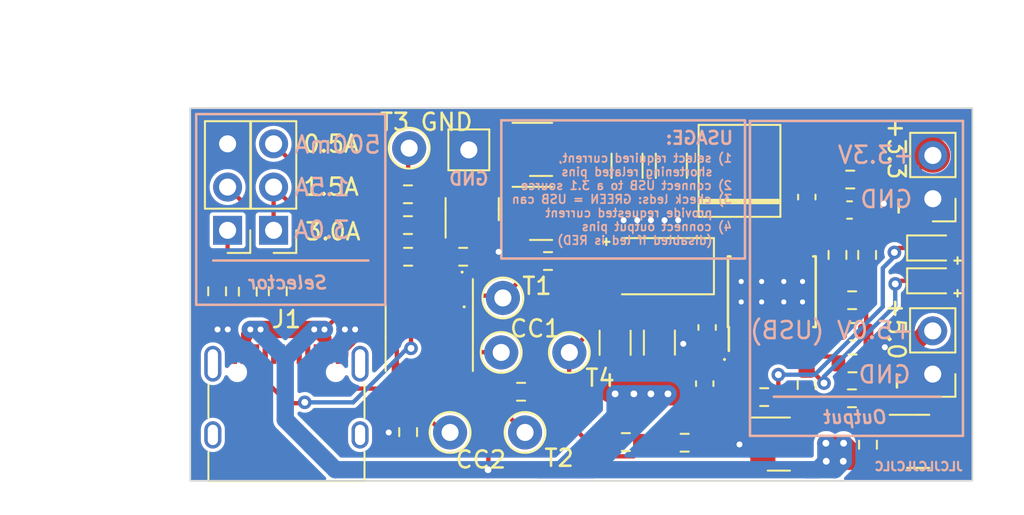
<source format=kicad_pcb>
(kicad_pcb (version 20221018) (generator pcbnew)
  (layers (0 "F.Cu" signal) (31 "B.Cu" signal) (34 "B.Paste" user) (35 "F.Paste" user) (36 "B.SilkS" user "B.Silkscreen") (37 "F.SilkS" user "F.Silkscreen") (38 "B.Mask" user) (39 "F.Mask" user) (44 "Edge.Cuts" user))
  (net 0 "")
  (net 1 "Net-(U1-SS)")
  (net 2 "Net-(U1-COMP)")
  (net 3 "+3V3")
  (net 4 "Net-(U1-BOOT)")
  (net 5 "GND")
  (net 6 "Net-(C5-Pad2)")
  (net 7 "/1.2V")
  (net 8 "/0.65V")
  (net 9 "+5V")
  (net 10 "CC REF")
  (net 11 "Net-(D1-K)")
  (net 12 "Net-(D2-K)")
  (net 13 "Net-(D3-K)")
  (net 18 "CC2")
  (net 19 "CC1")
  (net 23 "Net-(Q1-B)")
  (net 24 "Net-(Q1-C)")
  (net 25 "ENABLE-500mA")
  (net 26 "Net-(Q2-G)")
  (net 27 "Net-(Q4-G)")
  (net 28 "Net-(Q4-S)")
  (net 29 "BUCK-EN")
  (net 30 "Net-(Q5-G)")
  (net 31 "USB-OK")
  (net 32 "Net-(Q5-S)")
  (net 33 "Net-(Q6-G)")
  (net 34 "Net-(R5-Pad1)")
  (net 35 "Net-(R7-Pad1)")
  (net 36 "T1")
  (net 37 "T2")
  (net 38 "Net-(U1-VSNS)")
  (footprint "Resistor_SMD:R_0603_1608Metric" (layer "F.Cu") (at 143.7352 87.0232)
    (fp_text reference "R19")
    (fp_text value "5.1k")
  )
  (footprint "Connector_PinHeader_2.54mm:PinHeader_1x03_P2.54mm_Vertical" (layer "F.Cu") (at 114.942807 77.224992 180)
    (fp_text reference "J3")
    (fp_text value "Selector")
  )
  (footprint "Package_SO:SOIC-8_3.9x4.9mm_P1.27mm" (layer "F.Cu") (at 124.0778 83.54 -90)
    (fp_text reference "U2")
    (fp_text value "LM358")
  )
  (footprint "Connector_PinHeader_2.54mm:PinHeader_1x02_P2.54mm_Vertical" (layer "F.Cu") (at 153.633 75.3694 180)
    (fp_text reference "J4")
    (fp_text value "3.3V conn.")
  )
  (footprint "Package_TO_SOT_SMD:SOT-23" (layer "F.Cu") (at 144.5952 89.7832)
    (fp_text reference "Q1")
    (fp_text value "SS8050")
  )
  (footprint "Capacitor_SMD:C_1206_3216Metric" (layer "F.Cu") (at 137.5852 83.8232 90)
    (fp_text reference "C2")
    (fp_text value "4.7 uF")
  )
  (footprint "Resistor_SMD:R_0603_1608Metric" (layer "F.Cu") (at 135.6152 89.6632)
    (fp_text reference "R21")
    (fp_text value "1.1k")
  )
  (footprint "Resistor_SMD:R_0603_1608Metric" (layer "F.Cu") (at 149.7752 78.6732 90)
    (fp_text reference "R7")
    (fp_text value "330")
  )
  (footprint "Resistor_SMD:R_0603_1608Metric" (layer "F.Cu") (at 146.2252 86.3132 90)
    (fp_text reference "R20")
    (fp_text value "2k")
  )
  (footprint "TestPoint:TestPoint_THTPad_D2.0mm_Drill1.0mm" (layer "F.Cu") (at 128.4 81.2)
    (fp_text reference "TP4")
    (fp_text value "T1")
  )
  (footprint "TestPoint:TestPoint_THTPad_D2.0mm_Drill1.0mm" (layer "F.Cu") (at 129.7 89.1)
    (fp_text reference "TP5")
    (fp_text value "T2")
  )
  (footprint "Resistor_SMD:R_0603_1608Metric" (layer "F.Cu") (at 148.9152 85.0432 180)
    (fp_text reference "R22")
    (fp_text value "10k")
  )
  (footprint "Resistor_SMD:R_0603_1608Metric" (layer "F.Cu") (at 122.8278 75.11)
    (fp_text reference "R18")
    (fp_text value "100")
  )
  (footprint "TestPoint:TestPoint_THTPad_D2.0mm_Drill1.0mm" (layer "F.Cu") (at 122.9 72.4)
    (fp_text reference "TP6")
    (fp_text value "T3")
  )
  (footprint "Capacitor_SMD:C_0603_1608Metric" (layer "F.Cu") (at 146.2352 75.2732 90)
    (fp_text reference "C5")
    (fp_text value "1.5nF")
  )
  (footprint "000mylib:MWSA0402" (layer "F.Cu") (at 142.2852 73.7332 90)
    (fp_text reference "L1")
    (fp_text value "3.3uH")
  )
  (footprint "Resistor_SMD:R_0603_1608Metric" (layer "F.Cu") (at 139.0652 89.7032)
    (fp_text reference "R12")
    (fp_text value "5.1k")
  )
  (footprint "Package_TO_SOT_SMD:SOT-23" (layer "F.Cu") (at 130.6386 76.2312)
    (fp_text reference "Q5")
    (fp_text value "2N7002")
  )
  (footprint "Package_TO_SOT_SMD:SOT-23" (layer "F.Cu") (at 152.7752 89.6232)
    (fp_text reference "Q2")
    (fp_text value "AO3401A")
  )
  (footprint "Package_TO_SOT_SMD:SOT-23" (layer "F.Cu") (at 126.5978 75.98 90)
    (fp_text reference "Q6")
    (fp_text value "2N7002")
  )
  (footprint "LED_SMD:LED_0603_1608Metric" (layer "F.Cu") (at 153.6088 78.2632)
    (fp_text reference "D2")
    (fp_text value "RED")
  )
  (footprint "LED_SMD:LED_0603_1608Metric" (layer "F.Cu") (at 153.6088 80.1932)
    (fp_text reference "D3")
    (fp_text value "GREEN")
  )
  (footprint "_My_Library:USB_C_Receptacle_XKB_U262-16XN-4BVC11" (layer "F.Cu") (at 115.697 86.785)
    (fp_text reference "J1")
    (fp_text value "USB port")
  )
  (footprint "Capacitor_SMD:C_0603_1608Metric" (layer "F.Cu") (at 140.2452 86.2332 -90)
    (fp_text reference "C3")
    (fp_text value "0.1uF")
  )
  (footprint "Resistor_SMD:R_0603_1608Metric" (layer "F.Cu") (at 148.7852 74.2432 180)
    (fp_text reference "R1")
    (fp_text value "47k")
  )
  (footprint "Capacitor_SMD:C_0603_1608Metric" (layer "F.Cu") (at 148.9152 83.1832 180)
    (fp_text reference "C4")
    (fp_text value "0.1uF")
  )
  (footprint "Resistor_SMD:R_0603_1608Metric" (layer "F.Cu") (at 122.8278 76.92 180)
    (fp_text reference "R11")
    (fp_text value "6.8k")
  )
  (footprint "Resistor_SMD:R_0603_1608Metric" (layer "F.Cu") (at 122.8378 78.78 180)
    (fp_text reference "R10")
    (fp_text value "6.8k")
  )
  (footprint "TestPoint:TestPoint_THTPad_D2.0mm_Drill1.0mm" (layer "F.Cu") (at 128.3 84.4)
    (fp_text reference "TP2")
    (fp_text value "CC1")
  )
  (footprint "Resistor_SMD:R_0603_1608Metric" (layer "F.Cu") (at 148.8852 87.0932)
    (fp_text reference "R14")
    (fp_text value "100")
  )
  (footprint "Resistor_SMD:R_0603_1608Metric" (layer "F.Cu") (at 115.1878 80.81 90)
    (fp_text reference "R4")
    (fp_text value "1.2k")
  )
  (footprint "Resistor_SMD:R_0603_1608Metric" (layer "F.Cu") (at 111.6278 80.81 90)
    (fp_text reference "R6")
    (fp_text value "180")
  )
  (footprint "Resistor_SMD:R_0603_1608Metric" (layer "F.Cu") (at 149.8252 89.8232 -90)
    (fp_text reference "R13")
    (fp_text value "5.1k")
  )
  (footprint "Resistor_SMD:R_0603_1608Metric" (layer "F.Cu") (at 129.4678 86.71)
    (fp_text reference "R17")
    (fp_text value "100")
  )
  (footprint "TestPoint:TestPoint_THTPad_2.0x2.0mm_Drill1.0mm" (layer "F.Cu") (at 126.4 72.5)
    (fp_text reference "TP3")
    (fp_text value "GND")
  )
  (footprint "Resistor_SMD:R_0603_1608Metric" (layer "F.Cu") (at 131.0478 79.03 180)
    (fp_text reference "R16")
    (fp_text value "100")
  )
  (footprint "Resistor_SMD:R_0603_1608Metric" (layer "F.Cu") (at 148.8952 81.3332 180)
    (fp_text reference "R9")
    (fp_text value "3.3K")
  )
  (footprint "Resistor_SMD:R_0603_1608Metric" (layer "F.Cu") (at 148.0352 78.6732 90)
    (fp_text reference "R8")
    (fp_text value "10k")
  )
  (footprint "TestPoint:TestPoint_THTPad_D2.0mm_Drill1.0mm" (layer "F.Cu") (at 132.3 84.4)
    (fp_text reference "TP7")
    (fp_text value "T4")
  )
  (footprint "Connector_PinHeader_2.54mm:PinHeader_1x02_P2.54mm_Vertical" (layer "F.Cu") (at 153.6252 85.6732 180)
    (fp_text reference "J5")
    (fp_text value "5V conn.")
  )
  (footprint "Capacitor_SMD:C_1206_3216Metric" (layer "F.Cu") (at 138.2852 73.4332 90)
    (fp_text reference "C9")
    (fp_text value "47uF")
  )
  (footprint "Capacitor_SMD:C_1206_3216Metric" (layer "F.Cu") (at 134.9852 83.8332 90)
    (fp_text reference "C1")
    (fp_text value "4.7 uF")
  )
  (footprint "Resistor_SMD:R_0603_1608Metric" (layer "F.Cu") (at 126.0678 78.78)
    (fp_text reference "R3")
    (fp_text value "5.1k")
  )
  (footprint "Resistor_SMD:R_0603_1608Metric" (layer "F.Cu") (at 122.8378 89.08 90)
    (fp_text reference "R2")
    (fp_text value "5.1k")
  )
  (footprint "Connector_PinHeader_2.54mm:PinHeader_1x03_P2.54mm_Vertical" (layer "F.Cu") (at 112.242802 77.224992 180)
    (fp_text reference "J2")
    (fp_text value "Selector")
  )
  (footprint "Capacitor_SMD:C_0603_1608Metric" (layer "F.Cu") (at 140.3852 82.9332 90)
    (fp_text reference "C7")
    (fp_text value "0.1uF")
  )
  (footprint "Package_TO_SOT_SMD:SOT-23" (layer "F.Cu") (at 130.6386 72.472)
    (fp_text reference "Q4")
    (fp_text value "2N7002")
  )
  (footprint "Capacitor_SMD:C_1206_3216Metric" (layer "F.Cu") (at 135.6852 73.4332 90)
    (fp_text reference "C8")
    (fp_text value "47uF")
  )
  (footprint "Capacitor_SMD:C_0603_1608Metric" (layer "F.Cu") (at 148.7452 76.0332 180)
    (fp_text reference "C6")
    (fp_text value "27pF")
  )
  (footprint "Package_SO:TI_SO-PowerPAD-8_ThermalVias" (layer "F.Cu") (at 144.1852 80.8332 90)
    (fp_text reference "U1")
    (fp_text value "TPS54331")
  )
  (footprint "Resistor_SMD:R_0603_1608Metric" (layer "F.Cu") (at 113.4278 80.83 90)
    (fp_text reference "R5")
    (fp_text value "820")
  )
  (footprint "TestPoint:TestPoint_THTPad_D2.0mm_Drill1.0mm" (layer "F.Cu") (at 125.3 89.1)
    (fp_text reference "TP1")
    (fp_text value "CC2")
  )
  (footprint "Diode_SMD:D_SMA" (layer "F.Cu") (at 137.3852 79.3332 180)
    (fp_text reference "D1")
    (fp_text value "SS34")
  )
  (gr_line (start 110.5 70.4) (end 121.5 70.4) (stroke (width 0.15)) (layer "B.SilkS"))
  (gr_line (start 155.4 89.3) (end 143 89.3) (stroke (width 0.15)) (layer "B.SilkS"))
  (gr_line (start 121.5 81.6) (end 110.4 81.6) (stroke (width 0.15)) (layer "B.SilkS"))
  (gr_line (start 143 89.3) (end 142.9 89.3) (stroke (width 0.15)) (layer "B.SilkS"))
  (gr_line (start 110.4 81.6) (end 110.4 70.4) (stroke (width 0.15)) (layer "B.SilkS"))
  (gr_line (start 121.5 70.4) (end 121.5 81.6) (stroke (width 0.15)) (layer "B.SilkS"))
  (gr_rect (start 128.306191 70.765007) (end 142.60621 78.885) (stroke (width 0.15)) (fill none) (layer "B.SilkS"))
  (gr_line (start 110.4 70.4) (end 111.1 70.4) (stroke (width 0.15)) (layer "B.SilkS"))
  (gr_line (start 154.1 87) (end 144.3 87) (stroke (width 0.15)) (layer "B.SilkS"))
  (gr_line (start 111.4 79) (end 120.5 79) (stroke (width 0.15)) (layer "B.SilkS"))
  (gr_line (start 142.9 83.6) (end 142.9 70.8) (stroke (width 0.15)) (layer "B.SilkS"))
  (gr_line (start 142.9 70.8) (end 155.4 70.8) (stroke (width 0.15)) (layer "B.SilkS"))
  (gr_line (start 155.4 70.8) (end 155.4 89.3) (stroke (width 0.15)) (layer "B.SilkS"))
  (gr_line (start 142.9 89.3) (end 142.9 83.6) (stroke (width 0.15)) (layer "B.SilkS"))
  (gr_poly (pts (xy 155.9504 91.94) (xy 110.05 91.94) (xy 110.05 70.05) (xy 155.9504 70.05)) (stroke (width 0.1)) (fill none) (layer "Edge.Cuts"))
  (gr_text "+5.0V (USB)" (at 147.7 83.1) (layer "B.SilkS") (effects (font (size 1 1)) (justify mirror)))
  (gr_text "GND\n" (at 126.4 74.2) (layer "B.SilkS") (effects (font (size 0.75 0.75)) (justify mirror)))
  (gr_text "+3.3V" (at 150.3 72.8) (layer "B.SilkS") (effects (font (size 1 1)) (justify mirror)))
  (gr_text "Output" (at 149.1 88.2) (layer "B.SilkS") (effects (font (size 0.75 0.75) (thickness 0.15) italic) (justify mirror)))
  (gr_text "JLCJLCJLCJLC" (at 152.8 91.1) (layer "B.SilkS") (effects (font (size 0.5 0.5) (thickness 0.125)) (justify mirror)))
  (gr_text "1) select required current, \n   shortening related pins\n2) connect USB to a 3.1 source\n3) check leds: GREEN = USB can\n   provide requested current\n4) connect output pins\n   (disabled if led is RED)" (at 141.9 75.4) (layer "B.SilkS") (effects (font (size 0.5 0.5) (thickness 0.1)) (justify left mirror)))
  (gr_text "500mA" (at 118.7 72.2) (layer "B.SilkS") (effects (font (size 1 1)) (justify mirror)))
  (gr_text "GND\n" (at 150.9 75.4) (layer "B.SilkS") (effects (font (size 1 1)) (justify mirror)))
  (gr_text "GND\n" (at 150.8 85.7) (layer "B.SilkS") (effects (font (size 1 1)) (justify mirror)))
  (gr_text "1.5A" (at 117.7876 74.7) (layer "B.SilkS") (effects (font (size 1 1)) (justify mirror)))
  (gr_text "3.0A" (at 117.7626 77.2) (layer "B.SilkS") (effects (font (size 1 1)) (justify mirror)))
  (gr_text "Selector" (at 115.8 80.3) (layer "B.SilkS") (effects (font (size 0.75 0.75) (thickness 0.15) italic) (justify mirror)))
  (gr_text "USAGE:" (at 142 71.8) (layer "B.SilkS") (effects (font (size 0.75 0.75)) (justify left mirror)))
  (gr_text "+3.3" (at 151.5 72.423 270) (layer "F.SilkS") (effects (font (size 1 1))))
  (gr_text "3.0A" (at 118.4178 77.3) (layer "F.SilkS") (effects (font (size 1 1))))
  (gr_text "." (at 126.3278 81.72 270) (layer "F.SilkS") (effects (font (size 0.5 0.5) (thickness 0.125))))
  (gr_text "-" (at 151.6 86.0732 270) (layer "F.SilkS") (effects (font (size 1 1))))
  (gr_text "0.5A" (at 118.3178 72.15) (layer "F.SilkS") (effects (font (size 1 1))))
  (gr_text "-" (at 151.7 75.8 270) (layer "F.SilkS") (effects (font (size 1 1))))
  (gr_text "." (at 126.2078 79.68 270) (layer "F.SilkS") (effects (font (size 0.5 0.5) (thickness 0.125))))
  (gr_text "1.5A" (at 118.3178 74.675) (layer "F.SilkS") (effects (font (size 1 1))))
  (gr_text "+" (at 155.0488 80.9232 90) (layer "F.SilkS") (effects (font (size 0.5 0.5) (thickness 0.125))))
  (gr_text "+" (at 134.5 77.9 270) (layer "F.SilkS") (effects (font (size 0.5 0.5) (thickness 0.125))))
  (gr_text "." (at 141.6052 84.8132 270) (layer "F.SilkS") (effects (font (size 0.5 0.5) (thickness 0.125))))
  (gr_text "+" (at 155.0488 79.0032 90) (layer "F.SilkS") (effects (font (size 0.5 0.5) (thickness 0.125))))
  (gr_text "+5.0" (at 151.5 83 270) (layer "F.SilkS") (effects (font (size 1 1))))
  (segment (start 147.7902 83.5332) (end 148.1402 83.1832) (width 0.254) (layer "F.Cu") (net 1))
  (segment (start 146.0902 83.5332) (end 147.7902 83.5332) (width 0.254) (layer "F.Cu") (net 1))
  (segment (start 146.0902 83.7382) (end 146.0902 83.5332) (width 0.254) (layer "F.Cu") (net 1))
  (segment (start 144.8202 77.4632) (end 146.2352 76.0482) (width 0.254) (layer "F.Cu") (net 2))
  (segment (start 147.9552 76.0482) (end 147.9702 76.0332) (width 0.254) (layer "F.Cu") (net 2))
  (segment (start 144.8202 78.1332) (end 144.8202 77.4632) (width 0.254) (layer "F.Cu") (net 2))
  (segment (start 146.2352 76.0482) (end 147.9552 76.0482) (width 0.254) (layer "F.Cu") (net 2))
  (segment (start 151.4752 72.4232) (end 153.2268 72.4232) (width 2.032) (layer "F.Cu") (net 3))
  (segment (start 152.1344 74.328) (end 153.633 72.8294) (width 0.254) (layer "F.Cu") (net 3))
  (segment (start 150.5954 77.8482) (end 152.1344 76.3092) (width 0.254) (layer "F.Cu") (net 3))
  (segment (start 151.4313 72.3793) (end 151.4752 72.4232) (width 2.032) (layer "F.Cu") (net 3))
  (segment (start 149.7752 77.8482) (end 150.5954 77.8482) (width 0.254) (layer "F.Cu") (net 3))
  (segment (start 143.948 71.9582) (end 144.3691 72.3793) (width 2.032) (layer "F.Cu") (net 3))
  (segment (start 135.6852 71.9582) (end 138.2852 71.9582) (width 2.032) (layer "F.Cu") (net 3))
  (segment (start 153.2268 72.4232) (end 153.633 72.8294) (width 2.032) (layer "F.Cu") (net 3))
  (segment (start 142.2602 71.9582) (end 142.2852 71.9332) (width 1.016) (layer "F.Cu") (net 3))
  (segment (start 138.2852 71.9582) (end 143.948 71.9582) (width 2.032) (layer "F.Cu") (net 3))
  (segment (start 152.1344 76.3092) (end 152.1344 74.328) (width 0.254) (layer "F.Cu") (net 3))
  (segment (start 138.2852 71.9582) (end 142.2602 71.9582) (width 1.016) (layer "F.Cu") (net 3))
  (segment (start 144.3691 72.3793) (end 151.4313 72.3793) (width 2.032) (layer "F.Cu") (net 3))
  (segment (start 140.3852 83.7082) (end 142.1052 83.7082) (width 1.016) (layer "F.Cu") (net 4))
  (segment (start 142.1052 83.7082) (end 142.2802 83.5332) (width 1.016) (layer "F.Cu") (net 4))
  (segment (start 138.9852 83.8932) (end 138.9852 84.106507) (width 1.016) (layer "F.Cu") (net 5))
  (segment (start 143.5502 78.1332) (end 143.5502 80.1982) (width 1.016) (layer "F.Cu") (net 5))
  (segment (start 135.6852 75.8332) (end 135.6852 76.4332) (width 1.016) (layer "F.Cu") (net 5))
  (segment (start 119.1278 83.05) (end 119.7278 83.05) (width 1.016) (layer "F.Cu") (net 5))
  (segment (start 119.7528 83.075) (end 119.7278 83.05) (width 0.254) (layer "F.Cu") (net 5))
  (segment (start 134.9852 82.3582) (end 134.9852 79.7332) (width 1.016) (layer "F.Cu") (net 5))
  (segment (start 143.5502 80.1982) (end 144.1852 80.8332) (width 1.016) (layer "F.Cu") (net 5))
  (segment (start 122.0328 89.1) (end 122.8378 89.905) (width 0.254) (layer "F.Cu") (net 5))
  (segment (start 138.6852 76.6332) (end 135.4852 76.6332) (width 1.016) (layer "F.Cu") (net 5))
  (segment (start 135.3852 79.3332) (end 135.3852 80.6332) (width 1.016) (layer "F.Cu") (net 5))
  (segment (start 140.2452 85.29173) (end 139.745935 84.792465) (width 1.016) (layer "F.Cu") (net 5))
  (segment (start 135.6852 74.9082) (end 138.2852 74.9082) (width 1.016) (layer "F.Cu") (net 5))
  (segment (start 149.7202 83.1532) (end 149.6902 83.1832) (width 0.254) (layer "F.Cu") (net 5))
  (segment (start 135.8852 79.3332) (end 137.5852 81.0332) (width 1.016) (layer "F.Cu") (net 5))
  (segment (start 135.3852 79.3332) (end 136.7852 79.3332) (width 1.016) (layer "F.Cu") (net 5))
  (segment (start 135.6852 76.4332) (end 135.4852 76.6332) (width 1.016) (layer "F.Cu") (net 5))
  (segment (start 143.2152 90.7332) (end 142.2852 89.8032) (width 0.254) (layer "F.Cu") (net 5))
  (segment (start 135.5852 77.6332) (end 137.0852 77.6332) (width 1.016) (layer "F.Cu") (net 5))
  (segment (start 149.7552 74.6632) (end 149.6802 74.6632) (width 0.254) (layer "F.Cu") (net 5))
  (segment (start 138.2852 74.9082) (end 138.2852 76.2332) (width 1.016) (layer "F.Cu") (net 5))
  (segment (start 119.1278 83.05) (end 119.483797 83.405997) (width 0.508) (layer "F.Cu") (net 5))
  (segment (start 138.5852 77.6332) (end 138.6852 77.5332) (width 1.016) (layer "F.Cu") (net 5))
  (segment (start 137.513778 77.6332) (end 138.5852 77.6332) (width 1.016) (layer "F.Cu") (net 5))
  (segment (start 119.0778 84.58) (end 119.0778 84.2) (width 0.508) (layer "F.Cu") (net 5))
  (segment (start 137.5852 81.0332) (end 137.5852 82.3482) (width 1.016) (layer "F.Cu") (net 5))
  (segment (start 138.9852 84.106507) (end 139.708547 84.829854) (width 1.016) (layer "F.Cu") (net 5))
  (segment (start 112.3778 84.58) (end 112.3778 83.9) (width 0.508) (layer "F.Cu") (net 5))
  (segment (start 135.8852 81.6332) (end 136.8852 81.6332) (width 1.016) (layer "F.Cu") (net 5))
  (segment (start 111.6278 83.025) (end 111.6528 83.05) (width 0.25) (layer "F.Cu") (net 5))
  (segment (start 120.1878 83.05) (end 119.7278 83.05) (width 0.25) (layer "F.Cu") (net 5))
  (segment (start 149.6102 75.9432) (end 149.5202 76.0332) (width 0.254) (layer "F.Cu") (net 5))
  (segment (start 149.6902 84.9932) (end 149.7402 85.0432) (width 0.254) (layer "F.Cu") (net 5))
  (segment (start 135.4852 77.7332) (end 135.5852 77.6332) (width 1.016) (layer "F.Cu") (net 5))
  (segment (start 127.8578 78.78) (end 128.1478 78.49) (width 0.254) (layer "F.Cu") (net 5))
  (segment (start 134.9952 82.3482) (end 134.9852 82.3582) (width 1.016) (layer "F.Cu") (net 5))
  (segment (start 119.483797 83.805997) (end 119.089794 84.2) (width 0.508) (layer "F.Cu") (net 5))
  (segment (start 134.9852 79.7332) (end 135.3852 79.3332) (width 1.016) (layer "F.Cu") (net 5))
  (segment (start 121.6978 89.1) (end 122.0328 89.1) (width 0.254) (layer "F.Cu") (net 5))
  (segment (start 135.4852 77.7332) (end 135.4852 79.2332) (width 1.016) (layer "F.Cu") (net 5))
  (segment (start 136.2852 76.9332) (end 135.4852 77.7332) (width 1.016) (layer "F.Cu") (net 5))
  (segment (start 127.5478 77.89) (end 128.1478 78.49) (width 0.254) (layer "F.Cu") (net 5))
  (segment (start 136.8852 81.1332) (end 135.9852 80.2332) (width 1.016) (layer "F.Cu") (net 5))
  (segment (start 136.7852 79.3332) (end 136.7852 78.361778) (width 1.016) (layer "F.Cu") (net 5))
  (segment (start 137.5852 82.3482) (end 137.5852 82.4932) (width 1.016) (layer "F.Cu") (net 5))
  (segment (start 122.1728 81.065) (end 120.1878 83.05) (width 0.25) (layer "F.Cu") (net 5))
  (segment (start 119.7278 83.05) (end 119.7278 83.561994) (width 0.508) (layer "F.Cu") (net 5))
  (segment (start 149.6102 74.2432) (end 149.6102 75.9432) (width 0.254) (layer "F.Cu") (net 5))
  (segment (start 149.6902 83.1832) (end 149.6902 84.9932) (width 0.254) (layer "F.Cu") (net 5))
  (segment (start 137.0852 77.6332) (end 135.3852 79.3332) (width 1.016) (layer "F.Cu") (net 5))
  (segment (start 150.3852 76.0332) (end 150.7552 75.6632) (width 0.254) (layer "F.Cu") (net 5))
  (segment (start 149.7202 81.3332) (end 149.7202 83.1532) (width 0.254) (layer "F.Cu") (net 5))
  (segment (start 111.6528 83.05) (end 111.6528 83.275) (width 0.508) (layer "F.Cu") (net 5))
  (segment (start 135.8852 81.1332) (end 135.8852 81.6332) (width 1.016) (layer "F.Cu") (net 5))
  (segment (start 127.5478 76.9175) (end 127.5478 77.89) (width 0.254) (layer "F.Cu") (net 5))
  (segment (start 137.5852 82.3482) (end 137.5852 82.7582) (width 1.016) (layer "F.Cu") (net 5))
  (segment (start 137.8852 75.8332) (end 138.2852 76.2332) (width 1.016) (layer "F.Cu") (net 5))
  (segment (start 135.6852 75.8332) (end 137.8852 75.8332) (width 1.016) (layer "F.Cu") (net 5))
  (segment (start 126.8928 78.78) (end 127.8578 78.78) (width 0.254) (layer "F.Cu") (net 5))
  (segment (start 137.5852 82.3482) (end 134.9952 82.3482) (width 1.016) (layer "F.Cu") (net 5))
  (segment (start 137.5852 82.4932) (end 138.9852 83.8932) (width 1.016) (layer "F.Cu") (net 5))
  (segment (start 135.9852 80.2332) (end 135.8852 80.2332) (width 1.016) (layer "F.Cu") (net 5))
  (segment (start 136.7852 78.361778) (end 137.513778 77.6332) (width 1.016) (layer "F.Cu") (net 5))
  (segment (start 119.483797 83.405997) (end 119.483797 83.805997) (width 0.508) (layer "F.Cu") (net 5))
  (segment (start 135.3852 80.6332) (end 135.8852 81.1332) (width 1.016) (layer "F.Cu") (net 5))
  (segment (start 137.0852 76.6332) (end 137.0852 77.6332) (width 1.016) (layer "F.Cu") (net 5))
  (segment (start 149.5202 76.0332) (end 150.3852 76.0332) (width 0.254) (layer "F.Cu") (net 5))
  (segment (start 135.4852 76.6332) (end 135.4852 77.7332) (width 1.016) (layer "F.Cu") (net 5))
  (segment (start 149.7402 85.0432) (end 149.8652 85.0432) (width 0.254) (layer "F.Cu") (net 5))
  (segment (start 112.2778 83.9) (end 112.3778 83.9) (width 0.508) (layer "F.Cu") (net 5))
  (segment (start 111.6528 83.275) (end 112.2778 83.9) (width 0.508) (layer "F.Cu") (net 5))
  (segment (start 149.8652 85.0432) (end 150.8152 84.0932) (width 0.254) (layer "F.Cu") (net 5))
  (segment (start 138.2852 76.2332) (end 138.6852 76.6332) (width 1.016) (layer "F.Cu") (net 5))
  (segment (start 135.6852 74.9082) (end 135.6852 75.8332) (width 1.016) (layer "F.Cu") (net 5))
  (segment (start 138.6852 77.5332) (end 138.6852 76.6332) (width 1.016) (layer "F.Cu") (net 5))
  (segment (start 136.2852 76.6332) (end 136.2852 76.9332) (width 1.016) (layer "F.Cu") (net 5))
  (segment (start 119.089794 84.2) (end 119.0778 84.2) (width 0.508) (layer "F.Cu") (net 5))
  (segment (start 135.3852 79.3332) (end 135.8852 79.3332) (width 1.016) (layer "F.Cu") (net 5))
  (segment (start 143.6577 90.7332) (end 143.2152 90.7332) (width 0.254) (layer "F.Cu") (net 5))
  (segment (start 135.4852 79.2332) (end 135.3852 79.3332) (width 1.016) (layer "F.Cu") (net 5))
  (segment (start 119.0778 84.2) (end 119.0778 83.4) (width 0.508) (layer "F.Cu") (net 5))
  (segment (start 140.2452 85.4582) (end 140.2452 85.29173) (width 1.016) (layer "F.Cu") (net 5))
  (segment (start 111.6278 81.635) (end 111.6278 83.025) (width 0.25) (layer "F.Cu") (net 5))
  (segment (start 112.2528 83.05) (end 111.6528 83.05) (width 1.016) (layer "F.Cu") (net 5))
  (segment (start 119.7278 83.561994) (end 119.483797 83.805997) (width 0.508) (layer "F.Cu") (net 5))
  (segment (start 136.8852 81.6332) (end 136.8852 81.1332) (width 1.016) (layer "F.Cu") (net 5))
  (segment (start 112.3778 83.9) (end 112.3778 83.5) (width 0.508) (layer "F.Cu") (net 5))
  (via (at 128.1478 78.49) (size 0.5) (drill 0.35) (layers "F.Cu" "B.Cu") (net 5))
  (via (at 150.8152 84.0932) (size 0.5) (drill 0.35) (layers "F.Cu" "B.Cu") (net 5))
  (via (at 150.7552 75.6632) (size 0.5) (drill 0.35) (layers "F.Cu" "B.Cu") (net 5))
  (via (at 142.2852 89.8032) (size 0.5) (drill 0.35) (layers "F.Cu" "B.Cu") (net 5))
  (via (at 135.4852 76.6332) (size 0.5) (drill 0.35) (layers "F.Cu" "B.Cu") (net 5))
  (via (at 121.6978 89.1) (size 0.5) (drill 0.35) (layers "F.Cu" "B.Cu") (net 5))
  (via (at 138.9852 83.8932) (size 0.5) (drill 0.35) (layers "F.Cu" "B.Cu") (net 5))
  (via (at 119.7278 83.05) (size 0.5) (drill 0.35) (layers "F.Cu" "B.Cu") (net 5))
  (via (at 136.2852 76.6332) (size 0.5) (drill 0.35) (layers "F.Cu" "B.Cu") (net 5))
  (via (at 137.8852 76.6332) (size 0.5) (drill 0.35) (layers "F.Cu" "B.Cu") (net 5))
  (via (at 138.6852 76.6332) (size 0.5) (drill 0.35) (layers "F.Cu" "B.Cu") (net 5))
  (via (at 119.1278 83.05) (size 0.5) (drill 0.35) (layers "F.Cu" "B.Cu") (net 5))
  (via (at 111.6528 83.05) (size 0.5) (drill 0.35) (layers "F.Cu" "B.Cu") (net 5))
  (via (at 137.0852 76.6332) (size 0.5) (drill 0.35) (layers "F.Cu" "B.Cu") (net 5))
  (via (at 112.2528 83.05) (size 0.5) (drill 0.35) (layers "F.Cu" "B.Cu") (net 5))
  (segment (start 147.7052 74.4982) (end 147.9602 74.2432) (width 0.254) (layer "F.Cu") (net 6))
  (segment (start 146.2352 74.4982) (end 147.7052 74.4982) (width 0.254) (layer "F.Cu") (net 6))
  (segment (start 112.9178 79.04) (end 112.242802 78.365002) (width 0.25) (layer "F.Cu") (net 7))
  (segment (start 115.1878 79.63) (end 114.5978 79.04) (width 0.25) (layer "F.Cu") (net 7))
  (segment (start 115.1878 79.985) (end 115.1878 79.63) (width 0.25) (layer "F.Cu") (net 7))
  (segment (start 114.5978 79.04) (end 112.9178 79.04) (width 0.25) (layer "F.Cu") (net 7))
  (segment (start 112.242802 78.365002) (end 112.242802 77.224992) (width 0.25) (layer "F.Cu") (net 7))
  (segment (start 115.1878 81.635) (end 115.0578 81.635) (width 0.25) (layer "F.Cu") (net 8))
  (segment (start 115.0578 81.635) (end 113.4278 80.005) (width 0.25) (layer "F.Cu") (net 8))
  (segment (start 113.985081 78.587281) (end 115.31508 78.58728) (width 0.25) (layer "F.Cu") (net 8))
  (segment (start 116.0978 80.99) (end 115.4528 81.635) (width 0.25) (layer "F.Cu") (net 8))
  (segment (start 115.31508 78.58728) (end 116.0978 79.37) (width 0.25) (layer "F.Cu") (net 8))
  (segment (start 113.4978 78.1) (end 113.985081 78.587281) (width 0.25) (layer "F.Cu") (net 8))
  (segment (start 115.4528 81.635) (end 115.1878 81.635) (width 0.25) (layer "F.Cu") (net 8))
  (segment (start 112.242802 74.684992) (end 113.4978 75.93999) (width 0.25) (layer "F.Cu") (net 8))
  (segment (start 113.4978 75.93999) (end 113.4978 78.1) (width 0.25) (layer "F.Cu") (net 8))
  (segment (start 116.0978 79.37) (end 116.0978 80.99) (width 0.25) (layer "F.Cu") (net 8))
  (segment (start 117.3278 83.15) (end 117.726089 83.548289) (width 0.508) (layer "F.Cu") (net 9))
  (segment (start 147.3752 90.7932) (end 147.3752 90.7532) (width 1.016) (layer "F.Cu") (net 9))
  (segment (start 122.0128 78.965) (end 117.9278 83.05) (width 0.25) (layer "F.Cu") (net 9))
  (segment (start 147.3552 90.7732) (end 147.3752 90.7932) (width 1.016) (layer "F.Cu") (net 9))
  (segment (start 127.5478 91.27) (end 127.5478 87.58) (width 0.254) (layer "F.Cu") (net 9))
  (segment (start 137.5852 85.2982) (end 134.9952 85.2982) (width 1.016) (layer "F.Cu") (net 9))
  (segment (start 113.869378 83.05) (end 113.371089 83.548289) (width 0.508) (layer "F.Cu") (net 9))
  (segment (start 134.9852 85.3082) (end 134.5202 85.3082) (width 1.016) (layer "F.Cu") (net 9))
  (segment (start 149.6802 90.7932) (end 149.8252 90.6482) (width 1.016) (layer "F.Cu") (net 9))
  (segment (start 137.5852 85.2982) (end 139.1202 86.8332) (width 1.016) (layer "F.Cu") (net 9))
  (segment (start 148.5202 90.6482) (end 148.3752 90.7932) (width 1.016) (layer "F.Cu") (net 9))
  (segment (start 137.0852 86.4332) (end 135.9602 85.3082) (width 1.016) (layer "F.Cu") (net 9))
  (segment (start 143.5502 83.5332) (end 143.5502 84.759622) (width 1.016) (layer "F.Cu") (net 9))
  (segment (start 138.0852 85.7982) (end 137.5852 85.2982) (width 1.016) (layer "F.Cu") (net 9))
  (segment (start 149.8252 90.6482) (end 151.7627 90.6482) (width 1.016) (layer "F.Cu") (net 9))
  (segment (start 127.5478 87.58) (end 125.9828 86.015) (width 0.254) (layer "F.Cu") (net 9))
  (segment (start 117.726089 83.548289) (end 118.084511 83.548289) (width 0.508) (layer "F.Cu") (net 9))
  (segment (start 137.0852 86.8332) (end 137.0852 85.7982) (width 1.016) (layer "F.Cu") (net 9))
  (segment (start 143.016622 85.2932) (end 142.208507 85.2932) (width 1.016) (layer "F.Cu") (net 9))
  (segment (start 151.7627 90.6482) (end 151.8377 90.5732) (width 1.016) (layer "F.Cu") (net 9))
  (segment (start 117.3278 83.05) (end 117.90908 83.05) (width 1.016) (layer "F.Cu") (net 9))
  (segment (start 148.3952 90.7732) (end 148.3752 90.7932) (width 1.016) (layer "F.Cu") (net 9))
  (segment (start 140.2452 87.0082) (end 135.1602 87.0082) (width 1.016) (layer "F.Cu") (net 9))
  (segment (start 135.1602 87.0082) (end 134.9852 86.8332) (width 1.016) (layer "F.Cu") (net 9))
  (segment (start 137.0852 85.7982) (end 137.5852 85.2982) (width 1.016) (layer "F.Cu") (net 9))
  (segment (start 143.5502 84.759622) (end 143.016622 85.2932) (width 1.016) (layer "F.Cu") (net 9))
  (segment (start 154.3963 78.2632) (end 154.3963 80.1932) (width 0.254) (layer "F.Cu") (net 9))
  (segment (start 134.2252 85.6032) (end 134.2252 86.4032) (width 1.016) (layer "F.Cu") (net 9))
  (segment (start 154.3963 81.1167) (end 155.0852 81.8056) (width 0.254) (layer "F.Cu") (net 9))
  (segment (start 122.0028 78.77) (end 122.0128 78.78) (width 0.25) (layer "F.Cu") (net 9))
  (segment (start 147.3552 89.7332) (end 148.2702 90.6482) (width 1.016) (layer "F.Cu") (net 9))
  (segment (start 134.9852 86.8332) (end 134.9852 89.4682) (width 1.016) (layer "F.Cu") (net 9))
  (segment (start 134.9952 85.2982) (end 134.9852 85.3082) (width 1.016) (layer "F.Cu") (net 9))
  (segment (start 155.0852 89.666626) (end 154.178626 90.5732) (width 0.254) (layer "F.Cu") (net 9))
  (segment (start 114.1778 83.05) (end 113.869378 83.05) (width 0.508) (layer "F.Cu") (net 9))
  (segment (start 148.3952 89.7332) (end 149.3102 90.6482) (width 1.016) (layer "F.Cu") (net 9))
  (segment (start 122.0028 76.92) (end 122.0028 78.77) (width 0.25) (layer "F.Cu") (net 9))
  (segment (start 113.5778 83.05) (end 113.284511 83.343289) (width 0.508) (layer "F.Cu") (net 9))
  (segment (start 113.284511 83.343289) (end 113.284511 84.473289) (width 0.508) (layer "F.Cu") (net 9))
  (segment (start 127.5278 91.29) (end 127.5478 91.27) (width 0.254) (layer "F.Cu") (net 9))
  (segment (start 117.2778 83.1) (end 117.3278 83.05) (width 0.254) (layer "F.Cu") (net 9))
  (segment (start 135.9602 85.3082) (end 134.9852 85.3082) (width 1.016) (layer "F.Cu") (net 9))
  (segment (start 134.2252 86.4032) (end 134.6552 86.8332) (width 1.016) (layer "F.Cu") (net 9))
  (segment (start 147.3752 90.7932) (end 149.6802 90.7932) (width 1.016) (layer "F.Cu") (net 9))
  (segment (start 142.208507 85.2932) (end 140.493507 87.0082) (width 1.016) (layer "F.Cu") (net 9))
  (segment (start 117.3278 83.05) (end 117.3278 83.15) (width 0.508) (layer "F.Cu") (net 9))
  (segment (start 118.084511 83.548289) (end 118.084511 83.95) (width 0.508) (layer "F.Cu") (net 9))
  (segment (start 117.3278 83.05) (end 113.5778 83.05) (width 1.016) (layer "F.Cu") (net 9))
  (segment (start 138.0852 86.8332) (end 138.0852 85.7982) (width 1.016) (layer "F.Cu") (net 9))
  (segment (start 149.3102 90.6482) (end 149.8252 90.6482) (width 1.016) (layer "F.Cu") (net 9))
  (segment (start 149.8252 90.6482) (end 148.5202 90.6482) (width 1.016) (layer "F.Cu") (net 9))
  (segment (start 154.178626 90.5732) (end 151.8377 90.5732) (width 0.254) (layer "F.Cu") (net 9))
  (segment (start 134.9852 85.3082) (end 134.9852 85.7332) (width 1.016) (layer "F.Cu") (net 9))
  (segment (start 122.0128 78.78) (end 122.0128 78.965) (width 0.25) (layer "F.Cu") (net 9))
  (segment (start 134.9852 89.4682) (end 134.7902 89.6632) (width 1.016) (layer "F.Cu") (net 9))
  (segment (start 147.3552 89.7332) (end 148.3952 89.7332) (width 1.016) (layer "F.Cu") (net 9))
  (segment (start 117.90908 82.96872) (end 117.90908 83.05) (width 0.254) (layer "F.Cu") (net 9))
  (segment (start 154.2816 78.2732) (end 154.3191 78.2732) (width 0.254) (layer "F.Cu") (net 9))
  (segment (start 136.0852 86.8332) (end 137.0852 86.8332) (width 1.016) (layer "F.Cu") (net 9))
  (segment (start 155.0852 81.8056) (end 155.0852 89.666626) (width 0.254) (layer "F.Cu") (net 9))
  (segment (start 137.0852 86.8332) (end 137.0852 86.4332) (width 1.016) (layer "F.Cu") (net 9))
  (segment (start 148.2702 90.6482) (end 149.8252 90.6482) (width 1.016) (layer "F.Cu") (net 9))
  (segment (start 113.371089 83.548289) (end 113.371089 84.58) (width 0.508) (layer "F.Cu") (net 9))
  (segment (start 140.493507 87.0082) (end 140.2452 87.0082) (width 1.016) (layer "F.Cu") (net 9))
  (segment (start 154.3963 80.1932) (end 154.3963 81.1167) (width 0.254) (layer "F.Cu") (net 9))
  (segment (start 134.5202 85.3082) (end 134.2252 85.6032) (width 1.016) (layer "F.Cu") (net 9))
  (segment (start 137.0852 86.8332) (end 138.0852 86.8332) (width 1.016) (layer "F.Cu") (net 9))
  (segment (start 134.6552 86.8332) (end 134.9852 86.8332) (width 1.016) (layer "F.Cu") (net 9))
  (segment (start 134.9852 86.8332) (end 136.0852 86.8332) (width 1.016) (layer "F.Cu") (net 9))
  (segment (start 134.9852 85.7332) (end 136.0852 86.8332) (width 1.016) (layer "F.Cu") (net 9))
  (via (at 147.3752 90.7932) (size 0.8) (drill 0.4) (layers "F.Cu" "B.Cu") (net 9))
  (via (at 137.0852 86.8332) (size 0.8) (drill 0.4) (layers "F.Cu" "B.Cu") (net 9))
  (via (at 148.3952 89.7332) (size 0.8) (drill 0.4) (layers "F.Cu" "B.Cu") (net 9))
  (via (at 114.1778 83.05) (size 0.5) (drill 0.35) (layers "F.Cu" "B.Cu") (net 9))
  (via (at 138.0852 86.8332) (size 0.8) (drill 0.4) (layers "F.Cu" "B.Cu") (net 9))
  (via (at 113.5778 83.05) (size 0.5) (drill 0.35) (layers "F.Cu" "B.Cu") (net 9))
  (via (at 117.3278 83.05) (size 0.5) (drill 0.35) (layers "F.Cu" "B.Cu") (net 9))
  (via (at 147.3552 89.7332) (size 0.8) (drill 0.4) (layers "F.Cu" "B.Cu") (net 9))
  (via (at 134.9852 86.8332) (size 0.8) (drill 0.4) (layers "F.Cu" "B.Cu") (net 9))
  (via (at 136.0852 86.8332) (size 0.8) (drill 0.4) (layers "F.Cu" "B.Cu") (net 9))
  (via (at 127.5278 91.29) (size 0.8) (drill 0.4) (layers "F.Cu" "B.Cu") (net 9))
  (via (at 148.3752 90.7932) (size 0.8) (drill 0.4) (layers "F.Cu" "B.Cu") (net 9))
  (via (at 117.9278 83.05) (size 0.5) (drill 0.35) (layers "F.Cu" "B.Cu") (net 9))
  (segment (start 138.0852 86.8332) (end 137.065 87.8534) (width 1.016) (layer "B.Cu") (net 9))
  (segment (start 132.8264 91.29) (end 131.8104 91.29) (width 1.016) (layer "B.Cu") (net 9))
  (segment (start 147.3552 89.7332) (end 147.3552 90.7732) (width 1.016) (layer "B.Cu") (net 9))
  (segment (start 117.3278 83.05) (end 115.6278 84.75) (width 1.016) (layer "B.Cu") (net 9))
  (segment (start 130.5658 91.29) (end 146.2376 91.29) (width 1.016) (layer "B.Cu") (net 9))
  (segment (start 133.6284 91.29) (end 132.8264 91.29) (width 1.016) (layer "B.Cu") (net 9))
  (segment (start 138.0852 86.8332) (end 134.9852 86.8332) (width 1.016) (layer "B.Cu") (net 9))
  (segment (start 135.065 86.8332) (end 136.0852 87.8534) (width 1.016) (layer "B.Cu") (net 9))
  (segment (start 138.0852 86.8332) (end 133.6284 91.29) (width 1.016) (layer "B.Cu") (net 9))
  (segment (start 148.3752 89.7532) (end 148.3952 89.7332) (width 1.016) (layer "B.Cu") (net 9))
  (segment (start 134.9852 88.1152) (end 131.8104 91.29) (width 1.016) (layer "B.Cu") (net 9))
  (segment (start 131.8104 91.29) (end 130.5658 91.29) (width 1.016) (layer "B.Cu") (net 9))
  (segment (start 115.6278 84.75) (end 114.1778 83.3) (width 1.016) (layer "B.Cu") (net 9))
  (segment (start 147.3552 89.7332) (end 147.3918 89.7332) (width 1.016) (layer "B.Cu") (net 9))
  (segment (start 136.0852 87.8534) (end 132.8264 91.1122) (width 1.016) (layer "B.Cu") (net 9))
  (segment (start 148.3752 90.7932) (end 148.3752 90.7166) (width 1.016) (layer "B.Cu") (net 9))
  (segment (start 147.8784 91.29) (end 148.3752 90.7932) (width 1.016) (layer "B.Cu") (net 9))
  (segment (start 136.0852 86.8332) (end 136.0852 87.8534) (width 1.016) (layer "B.Cu") (net 9))
  (segment (start 134.9852 86.8332) (end 134.9852 88.1152) (width 1.016) (layer "B.Cu") (net 9))
  (segment (start 146.8784 91.29) (end 147.3752 90.7932) (width 1.016) (layer "B.Cu") (net 9))
  (segment (start 114.1778 83.3) (end 114.1778 83.05) (width 1.016) (layer "B.Cu") (net 9))
  (segment (start 117.1078 89.83) (end 118.2278 90.95) (width 1.016) (layer "B.Cu") (net 9))
  (segment (start 146.2376 91.29) (end 147.8784 91.29) (width 1.016) (layer "B.Cu") (net 9))
  (segment (start 134.9852 86.8332) (end 135.065 86.8332) (width 1.016) (layer "B.Cu") (net 9))
  (segment (start 115.6278 88.35) (end 117.1078 89.83) (width 1.016) (layer "B.Cu") (net 9))
  (segment (start 114.1778 83.05) (end 113.5778 83.05) (width 1.016) (layer "B.Cu") (net 9))
  (segment (start 146.2376 91.29) (end 146.8784 91.29) (width 1.016) (layer "B.Cu") (net 9))
  (segment (start 132.8264 91.1122) (end 132.8264 91.29) (width 1.016) (layer "B.Cu") (net 9))
  (segment (start 127.5278 91.29) (end 118.5678 91.29) (width 1.016) (layer "B.Cu") (net 9))
  (segment (start 147.3552 90.7732) (end 147.3752 90.7932) (width 1.016) (layer "B.Cu") (net 9))
  (segment (start 148.3752 90.7166) (end 148.3752 89.7532) (width 1.016) (layer "B.Cu") (net 9))
  (segment (start 117.9278 83.05) (end 117.3278 83.05) (width 1.016) (layer "B.Cu") (net 9))
  (segment (start 137.065 87.8534) (end 136.0852 87.8534) (width 1.016) (layer "B.Cu") (net 9))
  (segment (start 118.5678 91.29) (end 117.1078 89.83) (width 1.016) (layer "B.Cu") (net 9))
  (segment (start 115.6278 84.75) (end 115.6278 88.35) (width 1.016) (layer "B.Cu") (net 9))
  (segment (start 130.5658 91.29) (end 127.5278 91.29) (width 1.016) (layer "B.Cu") (net 9))
  (segment (start 147.3918 89.7332) (end 148.3752 90.7166) (width 1.016) (layer "B.Cu") (net 9))
  (segment (start 147.3752 90.7932) (end 148.3752 90.7932) (width 1.016) (layer "B.Cu") (net 9))
  (segment (start 122.1728 83.615) (end 122.1728 86.015) (width 0.25) (layer "F.Cu") (net 10))
  (segment (start 123.4428 81.065) (end 123.4428 82.345) (width 0.25) (layer "F.Cu") (net 10))
  (segment (start 123.6628 78.78) (end 123.6628 80.845) (width 0.25) (layer "F.Cu") (net 10))
  (segment (start 122.8978 76.593692) (end 122.8978 78.015) (width 0.25) (layer "F.Cu") (net 10))
  (segment (start 116.247815 75.99) (end 122.294108 75.99) (width 0.25) (layer "F.Cu") (net 10))
  (segment (start 123.6628 80.845) (end 123.4428 81.065) (width 0.25) (layer "F.Cu") (net 10))
  (segment (start 114.942807 74.684992) (end 114.942807 77.224992) (width 0.25) (layer "F.Cu") (net 10))
  (segment (start 123.4428 82.345) (end 122.1728 83.615) (width 0.25) (layer "F.Cu") (net 10))
  (segment (start 122.294108 75.99) (end 122.8978 76.593692) (width 0.25) (layer "F.Cu") (net 10))
  (segment (start 122.8978 78.015) (end 123.6628 78.78) (width 0.25) (layer "F.Cu") (net 10))
  (segment (start 114.942807 74.684992) (end 116.247815 75.99) (width 0.25) (layer "F.Cu") (net 10))
  (segment (start 141.478489 78.901489) (end 141.478489 79.370511) (width 0.508) (layer "F.Cu") (net 11))
  (segment (start 141.568 75.6234) (end 141.568 77.63) (width 1.016) (layer "F.Cu") (net 11))
  (segment (start 141.568 77.63) (end 141.0648 78.1332) (width 1.016) (layer "F.Cu") (net 11))
  (segment (start 142.2852 78.1282) (end 142.2802 78.1332) (width 1.016) (layer "F.Cu") (net 11))
  (segment (start 141.738778 78.1332) (end 141.0648 78.1332) (width 1.016) (layer "F.Cu") (net 11))
  (segment (start 140.3852 79.486778) (end 140.3852 82.1582) (width 1.016) (layer "F.Cu") (net 11))
  (segment (start 140.7852 78.4128) (end 140.7852 79.3332) (width 1.016) (layer "F.Cu") (net 11))
  (segment (start 142.2802 78.7212) (end 142.099911 78.901489) (width 0.508) (layer "F.Cu") (net 11))
  (segment (start 142.2802 78.1332) (end 142.2802 78.7212) (width 0.508) (layer "F.Cu") (net 11))
  (segment (start 140.3852 80.3332) (end 139.3852 79.3332) (width 0.508) (layer "F.Cu") (net 11))
  (segment (start 141.738778 78.1332) (end 140.3852 79.486778) (width 1.016) (layer "F.Cu") (net 11))
  (segment (start 141.0648 78.1332) (end 140.7852 78.4128) (width 1.016) (layer "F.Cu") (net 11))
  (segment (start 140.3852 82.1582) (end 140.3852 80.3332) (width 0.508) (layer "F.Cu") (net 11))
  (segment (start 141.6582 75.5332) (end 141.568 75.6234) (width 1.016) (layer "F.Cu") (net 11))
  (segment (start 141.478489 79.370511) (end 140.3852 80.4638) (width 0.508) (layer "F.Cu") (net 11))
  (segment (start 142.2852 75.5332) (end 142.2852 78.1282) (width 1.016) (layer "F.Cu") (net 11))
  (segment (start 142.2802 78.1332) (end 141.738778 78.1332) (width 1.016) (layer "F.Cu") (net 11))
  (segment (start 142.2852 75.5332) (end 141.6582 75.5332) (width 1.016) (layer "F.Cu") (net 11))
  (segment (start 139.3852 79.3332) (end 140.7852 79.3332) (width 0.508) (layer "F.Cu") (net 11))
  (segment (start 140.3852 80.4638) (end 140.3852 82.1582) (width 0.508) (layer "F.Cu") (net 11))
  (segment (start 142.099911 78.901489) (end 141.478489 78.901489) (width 0.508) (layer "F.Cu") (net 11))
  (segment (start 144.5652 87.0182) (end 144.5602 87.0232) (width 0.254) (layer "F.Cu") (net 12))
  (segment (start 152.8213 78.2632) (end 151.6352 78.2632) (width 0.254) (layer "F.Cu") (net 12))
  (segment (start 144.5652 85.7072) (end 144.5652 87.0182) (width 0.254) (layer "F.Cu") (net 12))
  (segment (start 151.6352 78.2632) (end 151.3752 78.5232) (width 0.254) (layer "F.Cu") (net 12))
  (via (at 151.3752 78.5232) (size 0.8) (drill 0.4) (layers "F.Cu" "B.Cu") (net 12))
  (via (at 144.5652 85.7072) (size 0.8) (drill 0.4) (layers "F.Cu" "B.Cu") (net 12))
  (segment (start 146.709232 85.7072) (end 150.6952 81.721232) (width 0.254) (layer "B.Cu") (net 12))
  (segment (start 144.5652 85.7072) (end 146.709232 85.7072) (width 0.254) (layer "B.Cu") (net 12))
  (segment (start 150.6952 81.721232) (end 150.6952 79.4432) (width 0.254) (layer "B.Cu") (net 12))
  (segment (start 151.3752 78.7632) (end 151.3752 78.5232) (width 0.254) (layer "B.Cu") (net 12))
  (segment (start 150.6952 79.4432) (end 151.3752 78.7632) (width 0.254) (layer "B.Cu") (net 12))
  (segment (start 146.2252 85.4882) (end 146.5302 85.4882) (width 0.254) (layer "F.Cu") (net 13))
  (segment (start 153.060947 80.1932) (end 152.7366 80.1932) (width 0.254) (layer "F.Cu") (net 13))
  (segment (start 146.5302 85.4882) (end 147.2452 86.2032) (width 0.254) (layer "F.Cu") (net 13))
  (segment (start 152.8213 80.1932) (end 151.6052 80.1932) (width 0.254) (layer "F.Cu") (net 13))
  (segment (start 151.6052 80.1932) (end 151.4252 80.3732) (width 0.254) (layer "F.Cu") (net 13))
  (via (at 151.4252 80.3732) (size 0.8) (drill 0.4) (layers "F.Cu" "B.Cu") (net 13))
  (via (at 147.2452 86.2032) (size 0.8) (drill 0.4) (layers "F.Cu" "B.Cu") (net 13))
  (segment (start 147.2452 85.817132) (end 147.2452 86.2032) (width 0.254) (layer "B.Cu") (net 13))
  (segment (start 151.4252 81.637132) (end 147.2452 85.817132) (width 0.254) (layer "B.Cu") (net 13))
  (segment (start 151.4252 80.3732) (end 151.4252 81.637132) (width 0.254) (layer "B.Cu") (net 13))
  (segment (start 123.4428 87.65) (end 122.8378 88.255) (width 0.254) (layer "F.Cu") (net 18))
  (segment (start 117.4878 86.02) (end 117.4778 86.01) (width 0.254) (layer "F.Cu") (net 18))
  (segment (start 123.4428 86.015) (end 123.4428 87.65) (width 0.254) (layer "F.Cu") (net 18))
  (segment (start 124.0228 88.255) (end 124.8978 89.13) (width 0.254) (layer "F.Cu") (net 18))
  (segment (start 121.029094 86.52472) (end 117.99252 86.52472) (width 0.254) (layer "F.Cu") (net 18))
  (segment (start 123.4428 86.785) (end 123.4428 86.015) (width 0.25) (layer "F.Cu") (net 18))
  (segment (start 124.8978 89.13) (end 125.3478 89.13) (width 0.254) (layer "F.Cu") (net 18))
  (segment (start 122.8378 88.255) (end 122.759374 88.255) (width 0.254) (layer "F.Cu") (net 18))
  (segment (start 117.4778 86.01) (end 117.4778 84.58) (width 0.254) (layer "F.Cu") (net 18))
  (segment (start 122.8378 88.255) (end 124.0228 88.255) (width 0.254) (layer "F.Cu") (net 18))
  (segment (start 117.99252 86.52472) (end 117.4878 86.02) (width 0.254) (layer "F.Cu") (net 18))
  (segment (start 122.759374 88.255) (end 121.029094 86.52472) (width 0.254) (layer "F.Cu") (net 18))
  (segment (start 122.8378 88.255) (end 122.8378 88.01456) (width 0.254) (layer "F.Cu") (net 18))
  (segment (start 116.7702 87.331) (end 116.7194 87.3818) (width 0.254) (layer "F.Cu") (net 19))
  (segment (start 124.7128 81.065) (end 124.7128 81.9894) (width 0.254) (layer "F.Cu") (net 19))
  (segment (start 115.7796 87.3818) (end 114.4778 86.08) (width 0.254) (layer "F.Cu") (net 19))
  (segment (start 123.0078 83.43) (end 123.0078 84.16) (width 0.254) (layer "F.Cu") (net 19))
  (segment (start 124.7128 79.31) (end 125.2428 78.78) (width 0.254) (layer "F.Cu") (net 19))
  (segment (start 127.108 84.3846) (end 128.3526 84.3846) (width 0.254) (layer "F.Cu") (net 19))
  (segment (start 124.7128 81.065) (end 124.7128 79.31) (width 0.254) (layer "F.Cu") (net 19))
  (segment (start 116.7194 87.3818) (end 115.7796 87.3818) (width 0.254) (layer "F.Cu") (net 19))
  (segment (start 114.4778 86.08) (end 114.4778 84.58) (width 0.254) (layer "F.Cu") (net 19))
  (segment (start 124.7128 81.065) (end 124.7128 81.725) (width 0.254) (layer "F.Cu") (net 19))
  (segment (start 124.7128 81.9894) (end 127.108 84.3846) (width 0.254) (layer "F.Cu") (net 19))
  (segment (start 124.7128 81.725) (end 123.0078 83.43) (width 0.254) (layer "F.Cu") (net 19))
  (via (at 116.7702 87.331) (size 0.8) (drill 0.4) (layers "F.Cu" "B.Cu") (net 19))
  (via (at 123.0078 84.16) (size 0.8) (drill 0.4) (layers "F.Cu" "B.Cu") (net 19))
  (segment (start 116.7702 87.331) (end 119.615 87.331) (width 0.254) (layer "B.Cu") (net 19))
  (segment (start 119.615 87.331) (end 122.786 84.16) (width 0.254) (layer "B.Cu") (net 19))
  (segment (start 122.786 84.16) (end 123.0078 84.16) (width 0.254) (layer "B.Cu") (net 19))
  (segment (start 140.7602 88.8332) (end 139.8902 89.7032) (width 0.254) (layer "F.Cu") (net 23))
  (segment (start 143.6577 88.8332) (end 140.7602 88.8332) (width 0.254) (layer "F.Cu") (net 23))
  (segment (start 146.2252 87.1382) (end 148.0152 87.1382) (width 0.254) (layer "F.Cu") (net 24))
  (segment (start 145.5327 89.7832) (end 145.5327 87.8307) (width 0.254) (layer "F.Cu") (net 24))
  (segment (start 148.0152 87.1382) (end 148.0602 87.0932) (width 0.254) (layer "F.Cu") (net 24))
  (segment (start 145.5327 87.8307) (end 146.2252 87.1382) (width 0.254) (layer "F.Cu") (net 24))
  (segment (start 123.6528 76.70845) (end 123.6528 76.92) (width 0.25) (layer "F.Cu") (net 25))
  (segment (start 122.05435 75.11) (end 123.6528 76.70845) (width 0.25) (layer "F.Cu") (net 25))
  (segment (start 116.167815 73.37) (end 120.2628 73.37) (width 0.25) (layer "F.Cu") (net 25))
  (segment (start 122.8408 74.272) (end 122.8408 72.3704) (width 0.254) (layer "F.Cu") (net 25))
  (segment (start 114.942807 72.144992) (end 116.167815 73.37) (width 0.25) (layer "F.Cu") (net 25))
  (segment (start 120.2628 73.37) (end 122.0028 75.11) (width 0.25) (layer "F.Cu") (net 25))
  (segment (start 122.0028 75.11) (end 122.1778 74.935) (width 0.25) (layer "F.Cu") (net 25))
  (segment (start 122.0028 75.11) (end 122.05435 75.11) (width 0.25) (layer "F.Cu") (net 25))
  (segment (start 122.0028 75.11) (end 122.8408 74.272) (width 0.254) (layer "F.Cu") (net 25))
  (segment (start 149.7102 88.8832) (end 149.8252 88.9982) (width 0.254) (layer "F.Cu") (net 26))
  (segment (start 150.1502 88.6732) (end 149.8252 88.9982) (width 0.254) (layer "F.Cu") (net 26))
  (segment (start 149.7102 87.0932) (end 149.7102 88.8832) (width 0.254) (layer "F.Cu") (net 26))
  (segment (start 151.8377 88.6732) (end 150.1502 88.6732) (width 0.254) (layer "F.Cu") (net 26))
  (segment (start 133.10004 77.80276) (end 133.10004 72.580014) (width 0.254) (layer "F.Cu") (net 27))
  (segment (start 131.8728 79.03) (end 133.10004 77.80276) (width 0.254) (layer "F.Cu") (net 27))
  (segment (start 129.7011 71.522) (end 132.042026 71.522) (width 0.254) (layer "F.Cu") (net 27))
  (segment (start 132.767813 72.247787) (end 133.034513 72.514487) (width 0.254) (layer "F.Cu") (net 27))
  (segment (start 132.042026 71.522) (end 132.767813 72.247787) (width 0.254) (layer "F.Cu") (net 27))
  (segment (start 133.10004 72.580014) (end 132.767813 72.247787) (width 0.254) (layer "F.Cu") (net 27))
  (segment (start 129.235174 76.2312) (end 131.5761 76.2312) (width 0.254) (layer "F.Cu") (net 28))
  (segment (start 128.63388 74.48922) (end 128.63388 75.629906) (width 0.254) (layer "F.Cu") (net 28))
  (segment (start 128.63388 75.629906) (end 129.235174 76.2312) (width 0.254) (layer "F.Cu") (net 28))
  (segment (start 129.7011 73.422) (end 128.63388 74.48922) (width 0.254) (layer "F.Cu") (net 28))
  (segment (start 144.8202 84.0082) (end 145.449911 84.637911) (width 0.254) (layer "F.Cu") (net 29))
  (segment (start 153.7127 89.6232) (end 153.7127 88.5607) (width 1.016) (layer "F.Cu") (net 29))
  (segment (start 144.7852 83.5682) (end 144.8202 83.5332) (width 0.254) (layer "F.Cu") (net 29))
  (segment (start 148.0902 85.0432) (end 148.89492 85.84792) (width 0.254) (layer "F.Cu") (net 29))
  (segment (start 153.7127 88.5607) (end 152.064489 86.912489) (width 1.016) (layer "F.Cu") (net 29))
  (segment (start 153.3152 83.1332) (end 153.6252 83.1332) (width 1.016) (layer "F.Cu") (net 29))
  (segment (start 150.99992 85.84792) (end 152.064489 86.912489) (width 0.254) (layer "F.Cu") (net 29))
  (segment (start 152.064489 86.912489) (end 152.064489 84.383911) (width 1.016) (layer "F.Cu") (net 29))
  (segment (start 153.6252 83.1332) (end 153.2152 83.1332) (width 1.016) (layer "F.Cu") (net 29))
  (segment (start 144.8202 83.5332) (end 144.8202 84.0082) (width 0.254) (layer "F.Cu") (net 29))
  (segment (start 145.449911 84.637911) (end 147.684911 84.637911) (width 0.254) (layer "F.Cu") (net 29))
  (segment (start 148.89492 85.84792) (end 150.99992 85.84792) (width 0.254) (layer "F.Cu") (net 29))
  (segment (start 147.684911 84.637911) (end 148.0902 85.0432) (width 0.254) (layer "F.Cu") (net 29))
  (segment (start 152.064489 84.383911) (end 153.3152 83.1332) (width 1.016) (layer "F.Cu") (net 29))
  (segment (start 132.64332 76.58868) (end 132.64332 75.882494) (width 0.254) (layer "F.Cu") (net 30))
  (segment (start 130.2928 86.1216) (end 129.9274 85.7562) (width 0.254) (layer "F.Cu") (net 30))
  (segment (start 131.1212 78.1108) (end 132.64332 76.58868) (width 0.254) (layer "F.Cu") (net 30))
  (segment (start 131.1212 79.355737) (end 131.1212 78.1108) (width 0.254) (layer "F.Cu") (net 30))
  (segment (start 129.9274 80.549537) (end 131.1212 79.355737) (width 0.254) (layer "F.Cu") (net 30))
  (segment (start 130.2928 86.71) (end 130.2928 86.1216) (width 0.254) (layer "F.Cu") (net 30))
  (segment (start 132.64332 75.882494) (end 132.042026 75.2812) (width 0.254) (layer "F.Cu") (net 30))
  (segment (start 132.042026 75.2812) (end 129.7011 75.2812) (width 0.254) (layer "F.Cu") (net 30))
  (segment (start 129.9274 85.7562) (end 129.9274 80.549537) (width 0.254) (layer "F.Cu") (net 30))
  (segment (start 132.2896 88.5502) (end 132.5817 88.8423) (width 0.254) (layer "F.Cu") (net 31))
  (segment (start 139.8602 88.0832) (end 138.2402 89.7032) (width 0.254) (layer "F.Cu") (net 31))
  (segment (start 136.067481 90.500919) (end 134.240319 90.500919) (width 0.254) (layer "F.Cu") (net 31))
  (segment (start 142.9102 87.0232) (end 141.8502 88.0832) (width 0.254) (layer "F.Cu") (net 31))
  (segment (start 134.240319 90.500919) (end 132.5817 88.8423) (width 0.254) (layer "F.Cu") (net 31))
  (segment (start 133.55676 81.02896) (end 133.55676 81.23784) (width 0.254) (layer "F.Cu") (net 31))
  (segment (start 131.9086 70.6432) (end 133.55676 72.29136) (width 0.254) (layer "F.Cu") (net 31))
  (segment (start 133.55676 81.23784) (end 133.55676 81.66964) (width 0.254) (layer "F.Cu") (net 31))
  (segment (start 141.8502 88.0832) (end 139.8602 88.0832) (width 0.254) (layer "F.Cu") (net 31))
  (segment (start 136.4802 89.7032) (end 136.4402 89.6632) (width 0.254) (layer "F.Cu") (net 31))
  (segment (start 136.4402 89.6632) (end 136.4402 90.1282) (width 0.254) (layer "F.Cu") (net 31))
  (segment (start 136.4402 90.1282) (end 136.067481 90.500919) (width 0.254) (layer "F.Cu") (net 31))
  (segment (start 131.5761 72.472) (end 129.235174 72.472) (width 0.254) (layer "F.Cu") (net 31))
  (segment (start 128.63388 71.870706) (end 128.63388 70.99692) (width 0.254) (layer "F.Cu") (net 31))
  (segment (start 128.63388 70.99692) (end 128.9876 70.6432) (width 0.254) (layer "F.Cu") (net 31))
  (segment (start 133.204 83.4956) (end 133.5342 83.1654) (width 0.254) (layer "F.Cu") (net 31))
  (segment (start 133.55676 83.14284) (end 133.204 83.4956) (width 0.254) (layer "F.Cu") (net 31))
  (segment (start 133.55676 81.02896) (end 133.55676 83.14284) (width 0.254) (layer "F.Cu") (net 31))
  (segment (start 133.5342 83.1654) (end 133.5342 82.6574) (width 0.254) (layer "F.Cu") (net 31))
  (segment (start 132.2896 84.41) (end 132.2896 88.5502) (width 0.254) (layer "F.Cu") (net 31))
  (segment (start 133.55676 72.29136) (end 133.55676 81.02896) (width 0.254) (layer "F.Cu") (net 31))
  (segment (start 132.2896 84.41) (end 133.204 83.4956) (width 0.254) (layer "F.Cu") (net 31))
  (segment (start 128.9876 70.6432) (end 131.9086 70.6432) (width 0.254) (layer "F.Cu") (net 31))
  (segment (start 129.235174 72.472) (end 128.63388 71.870706) (width 0.254) (layer "F.Cu") (net 31))
  (segment (start 138.2402 89.7032) (end 136.4802 89.7032) (width 0.254) (layer "F.Cu") (net 31))
  (segment (start 129.7011 77.1812) (end 129.227426 77.1812) (width 0.254) (layer "F.Cu") (net 32))
  (segment (start 129.227426 77.1812) (end 127.088726 75.0425) (width 0.254) (layer "F.Cu") (net 32))
  (segment (start 127.088726 75.0425) (end 126.5978 75.0425) (width 0.254) (layer "F.Cu") (net 32))
  (segment (start 123.6528 75.11) (end 123.8403 75.11) (width 0.254) (layer "F.Cu") (net 33))
  (segment (start 123.8403 75.11) (end 125.6478 76.9175) (width 0.254) (layer "F.Cu") (net 33))
  (segment (start 113.4278 81.655) (end 113.2978 81.655) (width 0.25) (layer "F.Cu") (net 34))
  (segment (start 113.2978 81.655) (end 111.6278 79.985) (width 0.25) (layer "F.Cu") (net 34))
  (segment (start 148.1252 77.8482) (end 149.7752 79.4982) (width 0.254) (layer "F.Cu") (net 35))
  (segment (start 148.0352 77.8482) (end 148.1252 77.8482) (width 0.254) (layer "F.Cu") (net 35))
  (segment (start 128.1976 81.065) (end 128.3526 81.22) (width 0.254) (layer "F.Cu") (net 36))
  (segment (start 126.1378 81.22) (end 125.9828 81.065) (width 0.254) (layer "F.Cu") (net 36))
  (segment (start 130.2228 79.3498) (end 128.3526 81.22) (width 0.254) (layer "F.Cu") (net 36))
  (segment (start 130.2228 79.03) (end 130.2228 79.3498) (width 0.254) (layer "F.Cu") (net 36))
  (segment (start 125.9828 81.065) (end 128.1976 81.065) (width 0.254) (layer "F.Cu") (net 36))
  (segment (start 124.7128 85.631574) (end 125.634094 84.71028) (width 0.254) (layer "F.Cu") (net 37))
  (segment (start 128.6428 88.065) (end 129.6878 89.11) (width 0.254) (layer "F.Cu") (net 37))
  (segment (start 128.6428 86.71) (end 127.3237 86.71) (width 0.254) (layer "F.Cu") (net 37))
  (segment (start 124.7128 86.015) (end 124.7128 85.631574) (width 0.254) (layer "F.Cu") (net 37))
  (segment (start 127.3237 86.71) (end 126.6762 86.0625) (width 0.254) (layer "F.Cu") (net 37))
  (segment (start 126.6762 85.045) (end 126.34148 84.71028) (width 0.254) (layer "F.Cu") (net 37))
  (segment (start 126.6762 86.0625) (end 126.6762 85.045) (width 0.254) (layer "F.Cu") (net 37))
  (segment (start 125.634094 84.71028) (end 126.34148 84.71028) (width 0.254) (layer "F.Cu") (net 37))
  (segment (start 128.6428 86.71) (end 128.6428 88.065) (width 0.254) (layer "F.Cu") (net 37))
  (segment (start 148.0352 81.2982) (end 148.0702 81.3332) (width 0.254) (layer "F.Cu") (net 38))
  (segment (start 148.0352 79.4982) (end 148.0352 81.2982) (width 0.254) (layer "F.Cu") (net 38))
  (segment (start 146.6702 78.1332) (end 148.0352 79.4982) (width 0.254) (layer "F.Cu") (net 38))
  (segment (start 146.0902 78.1332) (end 146.6702 78.1332) (width 0.254) (layer "F.Cu") (net 38))
  (zone (net 5) (net_name "GND") (layer "B.Cu") (connect_pads yes (clearance 0)) (min_thickness 0.254) (fill yes (thermal_gap 0.508) (thermal_bridge_width 0.508) (island_removal_mode 1) (island_area_min 0))
    (polygon (pts (xy 155.9472 91.96) (xy 110 91.96) (xy 110 70.06) (xy 155.9472 70.06)))
  )
)
</source>
